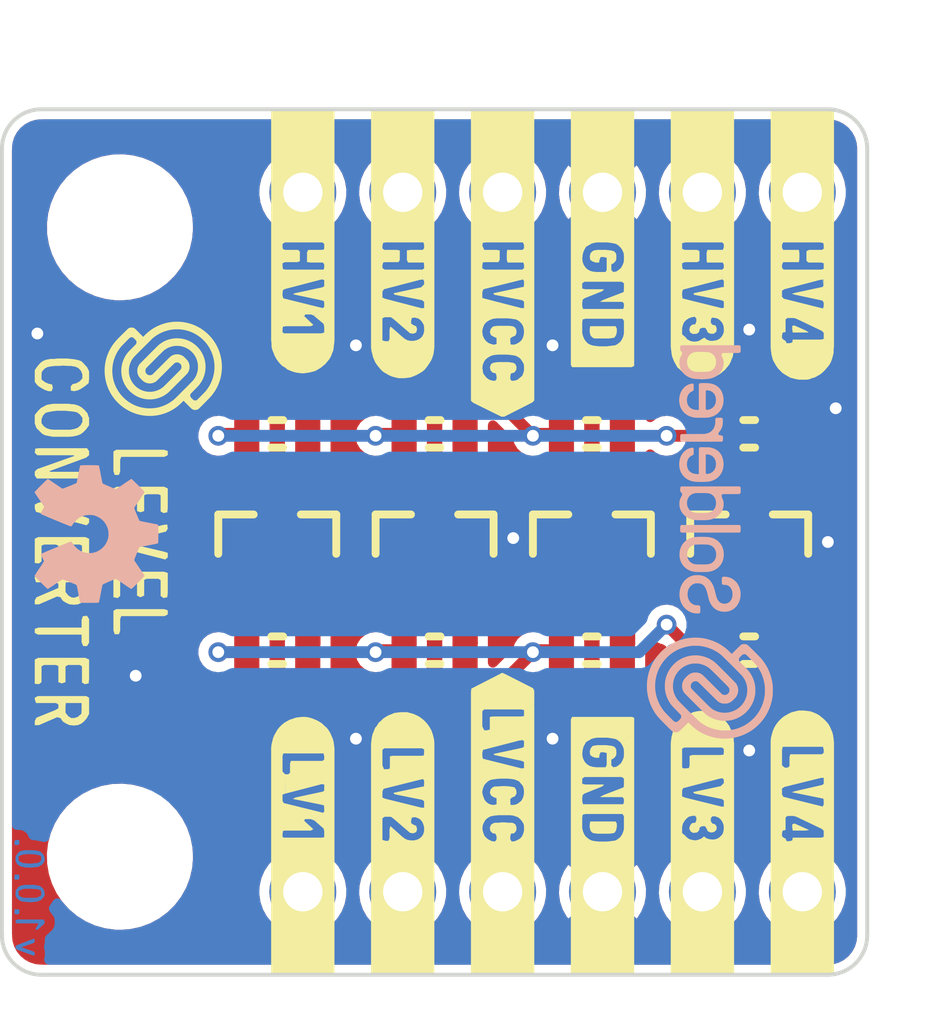
<source format=kicad_pcb>
(kicad_pcb (version 20210623) (generator pcbnew)
  (title_block (title "Logic level converter") (date "2021-07-14") (rev "V1.0.0.") (company "SOLDERED") (comment 1 "333029"))
  (layers (0 "F.Cu" signal) (31 "B.Cu" signal) (34 "B.Paste" user) (35 "F.Paste" user) (36 "B.SilkS" user "B.Silkscreen") (37 "F.SilkS" user "F.Silkscreen") (38 "B.Mask" user) (39 "F.Mask" user) (44 "Edge.Cuts" user))
  (net 0 "")
  (net 1 "HV4")
  (net 2 "HV3")
  (net 3 "GND")
  (net 4 "HV")
  (net 5 "HV2")
  (net 6 "HV1")
  (net 7 "LV4")
  (net 8 "LV3")
  (net 9 "LV")
  (net 10 "LV2")
  (net 11 "LV1")
  (footprint "e-radionica.com footprinti:SOT-23-3" (layer "F.Cu") (at 109.7 113.7 90)
    (fp_text reference "Q2")
    (fp_text value "NMOS-SOT-23-3")
    (pad "1" smd rect locked (at -1.2 -0.95 180) (size 0.6 1) (layers "F.Cu" "F.Paste" "F.Mask") (net 9 "LV"))
    (pad "2" smd rect locked (at -1.2 0.95 180) (size 0.6 1) (layers "F.Cu" "F.Paste" "F.Mask") (net 10 "LV2"))
    (pad "3" smd rect locked (at 1.2 0 180) (size 0.6 1) (layers "F.Cu" "F.Paste" "F.Mask") (net 5 "HV2"))
  )
  (footprint "e-radionica.com footprinti:0603R" (layer "F.Cu") (at 117.7 110.95 180)
    (fp_text reference "R8")
    (fp_text value "10k")
    (pad "1" smd rect locked (at -0.775 0 270) (size 1 0.64) (layers "F.Cu" "F.Paste" "F.Mask") (net 1 "HV4"))
    (pad "2" smd rect locked (at 0.775 0 270) (size 1 0.64) (layers "F.Cu" "F.Paste" "F.Mask") (net 4 "HV"))
  )
  (footprint "buzzardLabel" (layer "F.Cu") (at 119.05 102.3 -90)
    (fp_text reference "" (at 0 0 90) (layer "F.SilkS") (effects (font (size 1.27 1.27))))
    (fp_text value "" (at 0 0 90) (layer "F.SilkS") (effects (font (size 1.27 1.27))))
  )
  (footprint "e-radionica.com footprinti:0603R" (layer "F.Cu") (at 109.7 116.45 180)
    (fp_text reference "R2")
    (fp_text value "10k")
    (pad "1" smd rect locked (at -0.775 0 270) (size 1 0.64) (layers "F.Cu" "F.Paste" "F.Mask") (net 10 "LV2"))
    (pad "2" smd rect locked (at 0.775 0 270) (size 1 0.64) (layers "F.Cu" "F.Paste" "F.Mask") (net 9 "LV"))
  )
  (footprint "buzzardLabel" (layer "F.Cu") (at 106.35 102.3 -90)
    (fp_text reference "" (at 0 0 90) (layer "F.SilkS") (effects (font (size 1.27 1.27))))
    (fp_text value "" (at 0 0 90) (layer "F.SilkS") (effects (font (size 1.27 1.27))))
  )
  (footprint "buzzardLabel" (layer "F.Cu") (at 100.2 113.7 -90)
    (fp_text reference "" (at 0 0 90) (layer "F.SilkS") (effects (font (size 1.27 1.27))))
    (fp_text value "" (at 0 0 90) (layer "F.SilkS") (effects (font (size 1.27 1.27))))
  )
  (footprint "e-radionica.com footprinti:0603R" (layer "F.Cu") (at 113.7 116.45 180)
    (fp_text reference "R5")
    (fp_text value "10k")
    (pad "1" smd rect locked (at -0.775 0 270) (size 1 0.64) (layers "F.Cu" "F.Paste" "F.Mask") (net 8 "LV3"))
    (pad "2" smd rect locked (at 0.775 0 270) (size 1 0.64) (layers "F.Cu" "F.Paste" "F.Mask") (net 9 "LV"))
  )
  (footprint "buzzardLabel" (layer "F.Cu") (at 116.51 125.1 -90)
    (fp_text reference "" (at 0 0 90) (layer "F.SilkS") (effects (font (size 1.27 1.27))))
    (fp_text value "" (at 0 0 90) (layer "F.SilkS") (effects (font (size 1.27 1.27))))
  )
  (footprint "buzzardLabel" (layer "F.Cu") (at 108.89 102.3 -90)
    (fp_text reference "" (at 0 0 90) (layer "F.SilkS") (effects (font (size 1.27 1.27))))
    (fp_text value "" (at 0 0 90) (layer "F.SilkS") (effects (font (size 1.27 1.27))))
  )
  (footprint "Soldered Graphics:Logo-Back-SolderedFULL-10mm" (layer "F.Cu") (at 116.7 113.7 -90)
    (fp_text reference "G***" hide)
    (fp_text value "LOGO" hide)
  )
  (footprint "e-radionica.com footprinti:HOLE_3.2mm" (layer "F.Cu") (at 101.7 121.7 -90)
    (fp_text reference "H2" hide)
    (fp_text value "HOLE_3.2mm" hide)
    (pad "" np_thru_hole circle locked (at 0 0 270) (size 3.2 3.2) (drill 3.2) (layers F&B.Cu *.Mask))
  )
  (footprint "buzzardLabel" (layer "F.Cu") (at 116.51 102.3 -90)
    (fp_text reference "" (at 0 0 90) (layer "F.SilkS") (effects (font (size 1.27 1.27))))
    (fp_text value "" (at 0 0 90) (layer "F.SilkS") (effects (font (size 1.27 1.27))))
  )
  (footprint "e-radionica.com footprinti:0603R" (layer "F.Cu") (at 117.7 116.45 180)
    (fp_text reference "R6")
    (fp_text value "10k")
    (pad "1" smd rect locked (at -0.775 0 270) (size 1 0.64) (layers "F.Cu" "F.Paste" "F.Mask") (net 7 "LV4"))
    (pad "2" smd rect locked (at 0.775 0 270) (size 1 0.64) (layers "F.Cu" "F.Paste" "F.Mask") (net 9 "LV"))
  )
  (footprint "e-radionica.com footprinti:SOT-23-3" (layer "F.Cu") (at 117.7 113.7 90)
    (fp_text reference "Q4")
    (fp_text value "NMOS-SOT-23-3")
    (pad "1" smd rect locked (at -1.2 -0.95 180) (size 0.6 1) (layers "F.Cu" "F.Paste" "F.Mask") (net 9 "LV"))
    (pad "2" smd rect locked (at -1.2 0.95 180) (size 0.6 1) (layers "F.Cu" "F.Paste" "F.Mask") (net 7 "LV4"))
    (pad "3" smd rect locked (at 1.2 0 180) (size 0.6 1) (layers "F.Cu" "F.Paste" "F.Mask") (net 1 "HV4"))
  )
  (footprint "buzzardLabel" (layer "F.Cu") (at 119.05 125.1 -90)
    (fp_text reference "" (at 0 0 90) (layer "F.SilkS") (effects (font (size 1.27 1.27))))
    (fp_text value "" (at 0 0 90) (layer "F.SilkS") (effects (font (size 1.27 1.27))))
  )
  (footprint "buzzardLabel" (layer "F.Cu") (at 111.43 102.3 -90)
    (fp_text reference "" (at 0 0 90) (layer "F.SilkS") (effects (font (size 1.27 1.27))))
    (fp_text value "" (at 0 0 90) (layer "F.SilkS") (effects (font (size 1.27 1.27))))
  )
  (footprint "e-radionica.com footprinti:SOT-23-3" (layer "F.Cu") (at 113.7 113.7 90)
    (fp_text reference "Q3")
    (fp_text value "NMOS-SOT-23-3")
    (pad "1" smd rect locked (at -1.2 -0.95 180) (size 0.6 1) (layers "F.Cu" "F.Paste" "F.Mask") (net 9 "LV"))
    (pad "2" smd rect locked (at -1.2 0.95 180) (size 0.6 1) (layers "F.Cu" "F.Paste" "F.Mask") (net 8 "LV3"))
    (pad "3" smd rect locked (at 1.2 0 180) (size 0.6 1) (layers "F.Cu" "F.Paste" "F.Mask") (net 2 "HV3"))
  )
  (footprint "e-radionica.com footprinti:0603R" (layer "F.Cu") (at 105.7 116.45 180)
    (fp_text reference "R1")
    (fp_text value "10k")
    (pad "1" smd rect locked (at -0.775 0 270) (size 1 0.64) (layers "F.Cu" "F.Paste" "F.Mask") (net 11 "LV1"))
    (pad "2" smd rect locked (at 0.775 0 270) (size 1 0.64) (layers "F.Cu" "F.Paste" "F.Mask") (net 9 "LV"))
  )
  (footprint "e-radionica.com footprinti:SOT-23-3" (layer "F.Cu") (at 105.7 113.7 90)
    (fp_text reference "Q1")
    (fp_text value "NMOS-SOT-23-3")
    (pad "1" smd rect locked (at -1.2 -0.95 180) (size 0.6 1) (layers "F.Cu" "F.Paste" "F.Mask") (net 9 "LV"))
    (pad "2" smd rect locked (at -1.2 0.95 180) (size 0.6 1) (layers "F.Cu" "F.Paste" "F.Mask") (net 11 "LV1"))
    (pad "3" smd rect locked (at 1.2 0 180) (size 0.6 1) (layers "F.Cu" "F.Paste" "F.Mask") (net 6 "HV1"))
  )
  (footprint "buzzardLabel" (layer "F.Cu") (at 111.43 125.1 -90)
    (fp_text reference "" (at 0 0 90) (layer "F.SilkS") (effects (font (size 1.27 1.27))))
    (fp_text value "" (at 0 0 90) (layer "F.SilkS") (effects (font (size 1.27 1.27))))
  )
  (footprint "buzzardLabel" (layer "F.Cu") (at 106.35 125.1 -90)
    (fp_text reference "" (at 0 0 90) (layer "F.SilkS") (effects (font (size 1.27 1.27))))
    (fp_text value "" (at 0 0 90) (layer "F.SilkS") (effects (font (size 1.27 1.27))))
  )
  (footprint "e-radionica.com footprinti:0603R" (layer "F.Cu") (at 105.7 110.95 180)
    (fp_text reference "R3")
    (fp_text value "10k")
    (pad "1" smd rect locked (at -0.775 0 270) (size 1 0.64) (layers "F.Cu" "F.Paste" "F.Mask") (net 6 "HV1"))
    (pad "2" smd rect locked (at 0.775 0 270) (size 1 0.64) (layers "F.Cu" "F.Paste" "F.Mask") (net 4 "HV"))
  )
  (footprint "buzzardLabel" (layer "F.Cu") (at 113.97 102.3 -90)
    (fp_text reference "" (at 0 0 90) (layer "F.SilkS") (effects (font (size 1.27 1.27))))
    (fp_text value "" (at 0 0 90) (layer "F.SilkS") (effects (font (size 1.27 1.27))))
  )
  (footprint "Soldered Graphics:Logo-Front-Soldered-3mm" (layer "F.Cu") (at 102.8 109.3 -90)
    (fp_text reference "G***" hide)
    (fp_text value "LOGO" hide)
  )
  (footprint "buzzardLabel" (layer "F.Cu") (at 108.89 125.1 -90)
    (fp_text reference "" (at 0 0 90) (layer "F.SilkS") (effects (font (size 1.27 1.27))))
    (fp_text value "" (at 0 0 90) (layer "F.SilkS") (effects (font (size 1.27 1.27))))
  )
  (footprint "buzzardLabel" (layer "F.Cu") (at 113.97 125.1 -90)
    (fp_text reference "" (at 0 0 90) (layer "F.SilkS") (effects (font (size 1.27 1.27))))
    (fp_text value "" (at 0 0 90) (layer "F.SilkS") (effects (font (size 1.27 1.27))))
  )
  (footprint "e-radionica.com footprinti:HOLE_3.2mm" (layer "F.Cu") (at 101.7 105.7 -90)
    (fp_text reference "H1" hide)
    (fp_text value "HOLE_3.2mm" hide)
    (pad "" np_thru_hole circle locked (at 0 0 270) (size 3.2 3.2) (drill 3.2) (layers F&B.Cu *.Mask))
  )
  (footprint "e-radionica.com footprinti:0603R" (layer "F.Cu") (at 109.7 110.95 180)
    (fp_text reference "R4")
    (fp_text value "10k")
    (pad "1" smd rect locked (at -0.775 0 270) (size 1 0.64) (layers "F.Cu" "F.Paste" "F.Mask") (net 5 "HV2"))
    (pad "2" smd rect locked (at 0.775 0 270) (size 1 0.64) (layers "F.Cu" "F.Paste" "F.Mask") (net 4 "HV"))
  )
  (footprint "e-radionica.com footprinti:0603R" (layer "F.Cu") (at 113.7 110.95 180)
    (fp_text reference "R7")
    (fp_text value "10k")
    (pad "1" smd rect locked (at -0.775 0 270) (size 1 0.64) (layers "F.Cu" "F.Paste" "F.Mask") (net 2 "HV3"))
    (pad "2" smd rect locked (at 0.775 0 270) (size 1 0.64) (layers "F.Cu" "F.Paste" "F.Mask") (net 4 "HV"))
  )
  (footprint "e-radionica.com footprinti:FIDUCIAL_23" (layer "F.Cu") (at 103.6 118.6 -90)
    (fp_text reference "FD1")
    (fp_text value "FIDUCIAL")
    (fp_circle (center 0 0) (end 1 0) (layer "F.Cu") (width 0.2) (fill none))
    (pad "1" smd circle (at 0 0 270) (size 1 1) (layers "F.Cu" "F.Paste" "F.Mask") (clearance 1.1))
  )
  (footprint "Soldered Graphics:Logo-Back-OSH-3.5mm" (layer "F.Cu") (at 101.1 113.5 -90)
    (fp_text reference "G***" hide)
    (fp_text value "LOGO" hide)
  )
  (footprint "buzzardLabel" (layer "F.Cu") (at 102.2 113.7 -90)
    (fp_text reference "" (at 0 0 90) (layer "F.SilkS") (effects (font (size 1.27 1.27))))
    (fp_text value "" (at 0 0 90) (layer "F.SilkS") (effects (font (size 1.27 1.27))))
  )
  (footprint "Soldered Graphics:Version1.0.0." (layer "B.Cu") (at 99.4 122.7 90)
    (fp_text reference "" (at 0 0 90) (layer "B.SilkS") (effects (font (size 1.27 1.27)) (justify mirror)))
    (fp_text value "" (at 0 0 90) (layer "B.SilkS") (effects (font (size 1.27 1.27)) (justify mirror)))
    (fp_poly (pts (xy 1.31 -0.38) (xy 1.36 -0.38) (xy 1.41 -0.37) (xy 1.42 -0.33) (xy 1.42 -0.27) (xy 1.38 -0.26) (xy 1.33 -0.26) (xy 1.3 -0.29) (xy 1.3 -0.34) (xy 1.31 -0.38)) (layer "B.Cu") (width 0.01) (fill solid))
    (fp_poly (pts (xy -0.67 -0.35) (xy -0.62 -0.35) (xy -0.6 -0.31) (xy -0.6 0.35) (xy -0.64 0.38) (xy -0.69 0.38) (xy -0.73 0.34) (xy -0.84 0.22) (xy -0.86 0.17) (xy -0.83 0.16) (xy -0.73 0.22) (xy -0.69 0.23) (xy -0.69 -0.31) (xy -0.67 -0.35)) (layer "B.Cu") (width 0.01) (fill solid))
    (fp_poly (pts (xy -0.44 -0.38) (xy -0.39 -0.38) (xy -0.34 -0.37) (xy -0.34 -0.33) (xy -0.34 -0.27) (xy -0.38 -0.26) (xy -0.43 -0.26) (xy -0.46 -0.29) (xy -0.46 -0.34) (xy -0.44 -0.38)) (layer "B.Cu") (width 0.01) (fill solid))
    (fp_poly (pts (xy 0.43 -0.38) (xy 0.48 -0.38) (xy 0.54 -0.37) (xy 0.54 -0.33) (xy 0.54 -0.27) (xy 0.5 -0.26) (xy 0.45 -0.26) (xy 0.42 -0.29) (xy 0.42 -0.34) (xy 0.43 -0.38)) (layer "B.Cu") (width 0.01) (fill solid))
    (fp_poly (pts (xy 0.93 -0.35) (xy 0.99 -0.35) (xy 1.04 -0.33) (xy 1.01 -0.28) (xy 0.91 -0.28) (xy 0.87 -0.25) (xy 0.85 -0.2) (xy 0.83 -0.15) (xy 0.83 -0.11) (xy 0.82 0.01) (xy 0.83 0.13) (xy 0.83 0.17) (xy 0.84 0.22) (xy 0.87 0.27) (xy 0.9 0.3) (xy 1.01 0.3) (xy 1.04 0.26) (xy 1.05 0.21) (xy 1.06 0.15) (xy 1.07 0.05) (xy 1.07 -0.08) (xy 1.06 -0.12) (xy 1.06 -0.17) (xy 1.04 -0.22) (xy 1.02 -0.27) (xy 1.01 -0.28) (xy 1.05 -0.32) (xy 1.09 -0.29) (xy 1.12 -0.26) (xy 1.14 -0.22) (xy 1.15 -0.16) (xy 1.16 -0.11) (xy 1.16 -0.06) (xy 1.16 0.06) (xy 1.16 0.12) (xy 1.15 0.17) (xy 1.14 0.22) (xy 1.13 0.27) (xy 1.1 0.3) (xy 1.06 0.34) (xy 1.01 0.37) (xy 0.95 0.38) (xy 0.9 0.38) (xy 0.84 0.35) (xy 0.8 0.31) (xy 0.78 0.28) (xy 0.75 0.23) (xy 0.74 0.18) (xy 0.74 0.13) (xy 0.73 0.08) (xy 0.73 -0.04) (xy 0.73 -0.1) (xy 0.74 -0.14) (xy 0.75 -0.2) (xy 0.77 -0.25) (xy 0.79 -0.28) (xy 0.83 -0.32) (xy 0.89 -0.35) (xy 0.93 -0.35)) (layer "B.Cu") (width 0.01) (fill solid))
    (fp_poly (pts (xy -1.33 -0.35) (xy -1.27 -0.35) (xy -1.25 -0.31) (xy -1.09 0.1) (xy -1.11 0.13) (xy -1.16 0.13) (xy -1.19 0.1) (xy -1.28 -0.16) (xy -1.3 -0.21) (xy -1.32 -0.17) (xy -1.41 0.09) (xy -1.44 0.13) (xy -1.49 0.13) (xy -1.51 0.1) (xy -1.36 -0.31) (xy -1.33 -0.35)) (layer "B.Cu") (width 0.01) (fill solid))
    (fp_poly (pts (xy 0.06 -0.35) (xy 0.11 -0.35) (xy 0.17 -0.33) (xy 0.13 -0.28) (xy 0.03 -0.28) (xy -0.01 -0.25) (xy -0.03 -0.2) (xy -0.05 -0.15) (xy -0.05 -0.11) (xy -0.05 0.01) (xy -0.05 0.13) (xy -0.05 0.17) (xy -0.03 0.22) (xy -0.01 0.27) (xy 0.02 0.3) (xy 0.13 0.3) (xy 0.16 0.26) (xy 0.18 0.21) (xy 0.18 0.15) (xy 0.19 0.05) (xy 0.19 -0.08) (xy 0.19 -0.12) (xy 0.18 -0.17) (xy 0.16 -0.22) (xy 0.14 -0.27) (xy 0.14 -0.28) (xy 0.17 -0.32) (xy 0.21 -0.29) (xy 0.24 -0.26) (xy 0.26 -0.22) (xy 0.27 -0.16) (xy 0.28 -0.11) (xy 0.28 -0.06) (xy 0.28 0.06) (xy 0.28 0.12) (xy 0.27 0.17) (xy 0.26 0.22) (xy 0.25 0.27) (xy 0.22 0.3) (xy 0.19 0.34) (xy 0.13 0.37) (xy 0.08 0.38) (xy 0.02 0.38) (xy -0.03 0.35) (xy -0.08 0.31) (xy -0.1 0.28) (xy -0.12 0.23) (xy -0.14 0.18) (xy -0.14 0.13) (xy -0.15 0.08) (xy -0.15 -0.04) (xy -0.14 -0.1) (xy -0.14 -0.14) (xy -0.13 -0.2) (xy -0.11 -0.25) (xy -0.08 -0.28) (xy -0.05 -0.32) (xy 0.01 -0.35) (xy 0.06 -0.35)) (layer "B.Cu") (width 0.01) (fill solid))
  )
  (footprint "e-radionica.com footprinti:HEADER_MALE_6X1" (layer "B.Cu") (at 112.7 122.59)
    (fp_text reference "K2")
    (fp_text value "HEADER_MALE_6X1")
    (pad "1" thru_hole circle locked (at -6.35 0) (size 1.7 1.7) (drill 1) (layers *.Cu *.Mask) (net 11 "LV1"))
    (pad "2" thru_hole circle locked (at -3.81 0) (size 1.7 1.7) (drill 1) (layers *.Cu *.Mask) (net 10 "LV2"))
    (pad "3" thru_hole circle locked (at -1.27 0) (size 1.7 1.7) (drill 1) (layers *.Cu *.Mask) (net 9 "LV"))
    (pad "4" thru_hole circle locked (at 1.27 0) (size 1.7 1.7) (drill 1) (layers *.Cu *.Mask) (net 3 "GND"))
    (pad "5" thru_hole circle locked (at 3.81 0) (size 1.7 1.7) (drill 1) (layers *.Cu *.Mask) (net 8 "LV3"))
    (pad "6" thru_hole circle locked (at 6.35 0) (size 1.7 1.7) (drill 1) (layers *.Cu *.Mask) (net 7 "LV4"))
  )
  (footprint "e-radionica.com footprinti:HEADER_MALE_6X1" (layer "B.Cu") (at 112.7 104.81)
    (fp_text reference "K1")
    (fp_text value "HEADER_MALE_6X1")
    (pad "1" thru_hole circle locked (at -6.35 0) (size 1.7 1.7) (drill 1) (layers *.Cu *.Mask) (net 6 "HV1"))
    (pad "2" thru_hole circle locked (at -3.81 0) (size 1.7 1.7) (drill 1) (layers *.Cu *.Mask) (net 5 "HV2"))
    (pad "3" thru_hole circle locked (at -1.27 0) (size 1.7 1.7) (drill 1) (layers *.Cu *.Mask) (net 4 "HV"))
    (pad "4" thru_hole circle locked (at 1.27 0) (size 1.7 1.7) (drill 1) (layers *.Cu *.Mask) (net 3 "GND"))
    (pad "5" thru_hole circle locked (at 3.81 0) (size 1.7 1.7) (drill 1) (layers *.Cu *.Mask) (net 2 "HV3"))
    (pad "6" thru_hole circle locked (at 6.35 0) (size 1.7 1.7) (drill 1) (layers *.Cu *.Mask) (net 1 "HV4"))
  )
  (gr_line (start 120.7 123.7) (end 120.7 103.7) (layer "Edge.Cuts") (width 0.1))
  (gr_line (start 119.7 102.7) (end 99.7 102.7) (layer "Edge.Cuts") (width 0.1))
  (gr_arc (start 99.7 123.7) (end 98.7 123.7) (angle -90) (layer "Edge.Cuts") (width 0.1))
  (gr_line (start 99.7 124.7) (end 119.7 124.7) (layer "Edge.Cuts") (width 0.1))
  (gr_line (start 98.7 103.7) (end 98.7 123.7) (layer "Edge.Cuts") (width 0.1))
  (gr_arc (start 99.7 103.7) (end 98.7 103.7) (angle 90) (layer "Edge.Cuts") (width 0.1))
  (gr_arc (start 119.7 123.7) (end 120.7 123.7) (angle 90) (layer "Edge.Cuts") (width 0.1))
  (gr_arc (start 119.7 103.7) (end 120.7 103.7) (angle -90) (layer "Edge.Cuts") (width 0.1))
  (segment (start 118.475 110.95) (end 118.475 111.725) (width 0.3) (layer "F.Cu") (net 1))
  (segment (start 118.475 111.725) (end 117.7 112.5) (width 0.3) (layer "F.Cu") (net 1))
  (segment (start 119.05 110.375) (end 118.475 110.95) (width 0.3) (layer "F.Cu") (net 1))
  (segment (start 119.05 104.81) (end 119.05 110.375) (width 0.3) (layer "F.Cu") (net 1))
  (segment (start 114.475 111.725) (end 113.7 112.5) (width 0.3) (layer "F.Cu") (net 2))
  (segment (start 114.475 110.95) (end 114.475 111.725) (width 0.3) (layer "F.Cu") (net 2))
  (segment (start 116.51 107.99) (end 114.475 110.025) (width 0.3) (layer "F.Cu") (net 2))
  (segment (start 114.475 110.025) (end 114.475 110.95) (width 0.3) (layer "F.Cu") (net 2))
  (segment (start 116.51 104.81) (end 116.51 107.99) (width 0.3) (layer "F.Cu") (net 2))
  (via (at 117.7 108.3) (size 0.5) (drill 0.3) (layers "F.Cu" "B.Cu") (net 3))
  (via (at 107.7 118.7) (size 0.5) (drill 0.3) (layers "F.Cu" "B.Cu") (net 3))
  (via (at 119.9 110.3) (size 0.5) (drill 0.3) (layers "F.Cu" "B.Cu") (net 3))
  (via (at 102.1 117.1) (size 0.5) (drill 0.3) (layers "F.Cu" "B.Cu") (net 3))
  (via (at 112.7 108.7) (size 0.5) (drill 0.3) (layers "F.Cu" "B.Cu") (net 3))
  (via (at 112.7 118.7) (size 0.5) (drill 0.3) (layers "F.Cu" "B.Cu") (net 3))
  (via (at 107.7 108.7) (size 0.5) (drill 0.3) (layers "F.Cu" "B.Cu") (net 3))
  (via (at 119.7 113.7) (size 0.5) (drill 0.3) (layers "F.Cu" "B.Cu") (net 3))
  (via (at 117.7 119) (size 0.5) (drill 0.3) (layers "F.Cu" "B.Cu") (net 3))
  (via (at 99.6 108.4) (size 0.5) (drill 0.3) (layers "F.Cu" "B.Cu") (net 3))
  (via (at 111.7 113.6) (size 0.5) (drill 0.3) (layers "F.Cu" "B.Cu") (net 3))
  (segment (start 115.6 111) (end 116.875 111) (width 0.3) (layer "F.Cu") (net 4))
  (segment (start 108.925 110.95) (end 108.25 110.95) (width 0.3) (layer "F.Cu") (net 4))
  (segment (start 108.25 110.95) (end 108.2 111) (width 0.3) (layer "F.Cu") (net 4))
  (segment (start 111.43 104.81) (end 111.43 110.23) (width 0.3) (layer "F.Cu") (net 4))
  (segment (start 104.25 110.95) (end 104.2 111) (width 0.3) (layer "F.Cu") (net 4))
  (segment (start 112.925 110.95) (end 112.25 110.95) (width 0.3) (layer "F.Cu") (net 4))
  (segment (start 111.43 110.23) (end 112.2 111) (width 0.3) (layer "F.Cu") (net 4))
  (segment (start 116.875 111) (end 116.925 110.95) (width 0.3) (layer "F.Cu") (net 4))
  (segment (start 112.25 110.95) (end 112.2 111) (width 0.3) (layer "F.Cu") (net 4))
  (segment (start 104.925 110.95) (end 104.25 110.95) (width 0.3) (layer "F.Cu") (net 4))
  (via (at 115.6 111) (size 0.5) (drill 0.3) (layers "F.Cu" "B.Cu") (net 4))
  (via (at 104.2 111) (size 0.5) (drill 0.3) (layers "F.Cu" "B.Cu") (net 4))
  (via (at 108.2 111) (size 0.5) (drill 0.3) (layers "F.Cu" "B.Cu") (net 4))
  (via (at 112.2 111) (size 0.5) (drill 0.3) (layers "F.Cu" "B.Cu") (net 4))
  (segment (start 104.2 111) (end 115.6 111) (width 0.3) (layer "B.Cu") (net 4))
  (segment (start 110.5 110.925) (end 110.475 110.95) (width 0.3) (layer "F.Cu") (net 5))
  (segment (start 110.5 109.5) (end 110.5 110.925) (width 0.3) (layer "F.Cu") (net 5))
  (segment (start 110.475 110.95) (end 110.475 111.725) (width 0.3) (layer "F.Cu") (net 5))
  (segment (start 108.89 107.89) (end 110.5 109.5) (width 0.3) (layer "F.Cu") (net 5))
  (segment (start 110.475 111.725) (end 109.7 112.5) (width 0.3) (layer "F.Cu") (net 5))
  (segment (start 108.89 104.81) (end 108.89 107.89) (width 0.3) (layer "F.Cu") (net 5))
  (segment (start 106.35 104.81) (end 106.35 110.825) (width 0.3) (layer "F.Cu") (net 6))
  (segment (start 106.35 110.825) (end 106.475 110.95) (width 0.3) (layer "F.Cu") (net 6))
  (segment (start 106.475 111.725) (end 105.7 112.5) (width 0.3) (layer "F.Cu") (net 6))
  (segment (start 106.475 110.95) (end 106.475 111.725) (width 0.3) (layer "F.Cu") (net 6))
  (segment (start 119.05 118.85) (end 118.475 118.275) (width 0.3) (layer "F.Cu") (net 7))
  (segment (start 118.65 114.9) (end 118.65 116.275) (width 0.3) (layer "F.Cu") (net 7))
  (segment (start 119.05 122.59) (end 119.05 118.85) (width 0.3) (layer "F.Cu") (net 7))
  (segment (start 118.475 118.275) (end 118.475 116.45) (width 0.3) (layer "F.Cu") (net 7))
  (segment (start 118.65 116.275) (end 118.475 116.45) (width 0.3) (layer "F.Cu") (net 7))
  (segment (start 114.65 116.275) (end 114.475 116.45) (width 0.3) (layer "F.Cu") (net 8))
  (segment (start 116.51 122.59) (end 116.51 119.71) (width 0.3) (layer "F.Cu") (net 8))
  (segment (start 114.475 117.675) (end 114.475 116.45) (width 0.3) (layer "F.Cu") (net 8))
  (segment (start 116.51 119.71) (end 114.475 117.675) (width 0.3) (layer "F.Cu") (net 8))
  (segment (start 114.65 114.9) (end 114.65 116.275) (width 0.3) (layer "F.Cu") (net 8))
  (segment (start 116.25 116.45) (end 115.6 115.8) (width 0.3) (layer "F.Cu") (net 9))
  (segment (start 108.925 115.075) (end 108.75 114.9) (width 0.3) (layer "F.Cu") (net 9))
  (segment (start 112.925 116.45) (end 112.925 115.075) (width 0.3) (layer "F.Cu") (net 9))
  (segment (start 116.925 115.075) (end 116.75 114.9) (width 0.3) (layer "F.Cu") (net 9))
  (segment (start 108.925 116.45) (end 108.925 115.075) (width 0.3) (layer "F.Cu") (net 9))
  (segment (start 112.925 116.45) (end 112.25 116.45) (width 0.3) (layer "F.Cu") (net 9))
  (segment (start 111.43 117.27) (end 112.2 116.5) (width 0.3) (layer "F.Cu") (net 9))
  (segment (start 116.925 116.45) (end 116.925 115.075) (width 0.3) (layer "F.Cu") (net 9))
  (segment (start 116.925 116.45) (end 116.25 116.45) (width 0.3) (layer "F.Cu") (net 9))
  (segment (start 104.2 116.5) (end 104.875 116.5) (width 0.3) (layer "F.Cu") (net 9))
  (segment (start 112.25 116.45) (end 112.2 116.5) (width 0.3) (layer "F.Cu") (net 9))
  (segment (start 104.875 116.5) (end 104.925 116.45) (width 0.3) (layer "F.Cu") (net 9))
  (segment (start 111.43 122.59) (end 111.43 117.27) (width 0.3) (layer "F.Cu") (net 9))
  (segment (start 104.925 116.45) (end 104.925 115.075) (width 0.3) (layer "F.Cu") (net 9))
  (segment (start 112.925 115.075) (end 112.75 114.9) (width 0.3) (layer "F.Cu") (net 9))
  (segment (start 108.25 116.45) (end 108.925 116.45) (width 0.3) (layer "F.Cu") (net 9))
  (segment (start 104.925 115.075) (end 104.75 114.9) (width 0.3) (layer "F.Cu") (net 9))
  (segment (start 108.2 116.5) (end 108.25 116.45) (width 0.3) (layer "F.Cu") (net 9))
  (via (at 108.2 116.5) (size 0.5) (drill 0.3) (layers "F.Cu" "B.Cu") (net 9))
  (via (at 104.2 116.5) (size 0.5) (drill 0.3) (layers "F.Cu" "B.Cu") (net 9))
  (via (at 112.2 116.5) (size 0.5) (drill 0.3) (layers "F.Cu" "B.Cu") (net 9))
  (via (at 115.6 115.8) (size 0.5) (drill 0.3) (layers "F.Cu" "B.Cu") (net 9))
  (segment (start 112.2 116.5) (end 108.2 116.5) (width 0.3) (layer "B.Cu") (net 9))
  (segment (start 115.6 115.8) (end 114.9 116.5) (width 0.3) (layer "B.Cu") (net 9))
  (segment (start 114.9 116.5) (end 112.2 116.5) (width 0.3) (layer "B.Cu") (net 9))
  (segment (start 108.2 116.5) (end 104.2 116.5) (width 0.3) (layer "B.Cu") (net 9))
  (segment (start 110.65 116.275) (end 110.475 116.45) (width 0.3) (layer "F.Cu") (net 10))
  (segment (start 110.65 114.9) (end 110.65 116.275) (width 0.3) (layer "F.Cu") (net 10))
  (segment (start 108.89 120.01) (end 108.89 122.59) (width 0.3) (layer "F.Cu") (net 10))
  (segment (start 110.475 116.45) (end 110.475 118.425) (width 0.3) (layer "F.Cu") (net 10))
  (segment (start 110.475 118.425) (end 108.89 120.01) (width 0.3) (layer "F.Cu") (net 10))
  (segment (start 106.35 116.575) (end 106.475 116.45) (width 0.3) (layer "F.Cu") (net 11))
  (segment (start 106.65 116.275) (end 106.475 116.45) (width 0.3) (layer "F.Cu") (net 11))
  (segment (start 106.35 122.59) (end 106.35 116.575) (width 0.3) (layer "F.Cu") (net 11))
  (segment (start 106.65 114.9) (end 106.65 116.275) (width 0.3) (layer "F.Cu") (net 11))
  (zone (net 3) (net_name "GND") (layers F&B.Cu) (connect_pads (clearance 0.254)) (min_thickness 0.254) (fill yes (thermal_gap 0.254) (thermal_bridge_width 0.254))
    (polygon (pts (xy 98.7 124.7) (xy 98.7 102.7) (xy 120.7 102.7) (xy 120.7 124.7)))
  )
)
</source>
